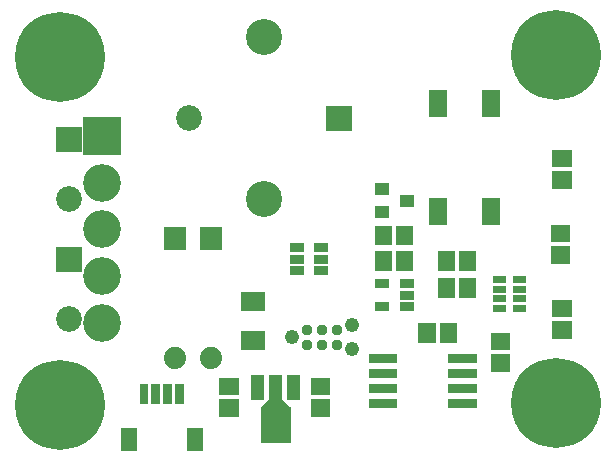
<source format=gbr>
G04 start of page 7 for group -4063 idx -4063 *
G04 Title: (unknown), componentmask *
G04 Creator: pcb 4.0.2 *
G04 CreationDate: Thu Oct 28 14:33:54 2021 UTC *
G04 For: ndholmes *
G04 Format: Gerber/RS-274X *
G04 PCB-Dimensions (mil): 2000.00 1500.00 *
G04 PCB-Coordinate-Origin: lower left *
%MOIN*%
%FSLAX25Y25*%
%LNTOPMASK*%
%ADD59C,0.0370*%
%ADD58C,0.0740*%
%ADD57C,0.0860*%
%ADD56C,0.1260*%
%ADD55C,0.0490*%
%ADD54C,0.1200*%
%ADD53C,0.2997*%
%ADD52C,0.0001*%
G54D52*G36*
X105700Y116800D02*Y108200D01*
X114300D01*
Y116800D01*
X105700D01*
G37*
G54D53*X182500Y133500D03*
G54D54*X85000Y139500D03*
G54D55*X94500Y39500D03*
X114500Y43500D03*
Y35500D03*
G54D53*X182500Y17500D03*
G54D56*X31000Y75500D03*
Y59900D03*
Y44300D03*
G54D52*G36*
X24700Y113000D02*Y100400D01*
X37300D01*
Y113000D01*
X24700D01*
G37*
G54D56*X31000Y91100D03*
G54D52*G36*
X15700Y109800D02*Y101200D01*
X24300D01*
Y109800D01*
X15700D01*
G37*
G54D57*X20000Y85500D03*
G54D53*X17000Y133000D03*
G54D52*G36*
X15700Y69800D02*Y61200D01*
X24300D01*
Y69800D01*
X15700D01*
G37*
G54D57*X20000Y45500D03*
G54D53*X17000Y17000D03*
G54D58*X67500Y32500D03*
X55500D03*
G54D57*X60000Y112500D03*
G54D54*X85000Y85500D03*
G54D52*G36*
X63800Y76200D02*Y68800D01*
X71200D01*
Y76200D01*
X63800D01*
G37*
G36*
X51800D02*Y68800D01*
X59200D01*
Y76200D01*
X51800D01*
G37*
G36*
X180748Y69816D02*Y64098D01*
X187252D01*
Y69816D01*
X180748D01*
G37*
G36*
Y76902D02*Y71184D01*
X187252D01*
Y76902D01*
X180748D01*
G37*
G36*
X181248Y94816D02*Y89098D01*
X187752D01*
Y94816D01*
X181248D01*
G37*
G36*
Y101902D02*Y96184D01*
X187752D01*
Y101902D01*
X181248D01*
G37*
G36*
Y44816D02*Y39098D01*
X187752D01*
Y44816D01*
X181248D01*
G37*
G36*
Y51902D02*Y46184D01*
X187752D01*
Y51902D01*
X181248D01*
G37*
G36*
X168276Y50412D02*Y48140D01*
X172420D01*
Y50412D01*
X168276D01*
G37*
G36*
Y53562D02*Y51288D01*
X172420D01*
Y53562D01*
X168276D01*
G37*
G36*
Y56712D02*Y54438D01*
X172420D01*
Y56712D01*
X168276D01*
G37*
G36*
Y59860D02*Y57588D01*
X172420D01*
Y59860D01*
X168276D01*
G37*
G36*
X122200Y59000D02*Y56000D01*
X126800D01*
Y59000D01*
X122200D01*
G37*
G36*
Y51200D02*Y48200D01*
X126800D01*
Y51200D01*
X122200D01*
G37*
G36*
X130400D02*Y48200D01*
X135000D01*
Y51200D01*
X130400D01*
G37*
G36*
Y55100D02*Y52100D01*
X135000D01*
Y55100D01*
X130400D01*
G37*
G36*
Y59000D02*Y56000D01*
X135000D01*
Y59000D01*
X130400D01*
G37*
G36*
X127816Y76752D02*X122098D01*
Y70248D01*
X127816D01*
Y76752D01*
G37*
G36*
X122200Y91000D02*Y87000D01*
X126800D01*
Y91000D01*
X122200D01*
G37*
G36*
Y83200D02*Y79200D01*
X126800D01*
Y83200D01*
X122200D01*
G37*
G36*
X134902Y76752D02*X129184D01*
Y70248D01*
X134902D01*
Y76752D01*
G37*
G36*
X130400Y87100D02*Y83100D01*
X135000D01*
Y87100D01*
X130400D01*
G37*
G36*
X146150Y86000D02*X140050D01*
Y77100D01*
X146150D01*
Y86000D01*
G37*
G36*
Y121900D02*X140050D01*
Y113000D01*
X146150D01*
Y121900D01*
G37*
G36*
X134902Y68252D02*X129184D01*
Y61748D01*
X134902D01*
Y68252D01*
G37*
G36*
X127816D02*X122098D01*
Y61748D01*
X127816D01*
Y68252D01*
G37*
G36*
X142316Y44252D02*X136598D01*
Y37748D01*
X142316D01*
Y44252D01*
G37*
G36*
X120000Y34000D02*Y31000D01*
X129500D01*
Y34000D01*
X120000D01*
G37*
G36*
Y29000D02*Y26000D01*
X129500D01*
Y29000D01*
X120000D01*
G37*
G36*
Y24000D02*Y21000D01*
X129500D01*
Y24000D01*
X120000D01*
G37*
G36*
Y19000D02*Y16000D01*
X129500D01*
Y19000D01*
X120000D01*
G37*
G54D59*X109500Y37000D03*
G54D52*G36*
X146500Y19000D02*Y16000D01*
X156000D01*
Y19000D01*
X146500D01*
G37*
G36*
Y24000D02*Y21000D01*
X156000D01*
Y24000D01*
X146500D01*
G37*
G36*
Y29000D02*Y26000D01*
X156000D01*
Y29000D01*
X146500D01*
G37*
G36*
Y34000D02*Y31000D01*
X156000D01*
Y34000D01*
X146500D01*
G37*
G36*
X160748Y33816D02*Y28098D01*
X167252D01*
Y33816D01*
X160748D01*
G37*
G36*
Y40902D02*Y35184D01*
X167252D01*
Y40902D01*
X160748D01*
G37*
G36*
X148816Y68252D02*X143098D01*
Y61748D01*
X148816D01*
Y68252D01*
G37*
G36*
Y59252D02*X143098D01*
Y52748D01*
X148816D01*
Y59252D01*
G37*
G36*
X149402Y44252D02*X143684D01*
Y37748D01*
X149402D01*
Y44252D01*
G37*
G36*
X155902Y68252D02*X150184D01*
Y61748D01*
X155902D01*
Y68252D01*
G37*
G36*
Y59252D02*X150184D01*
Y52748D01*
X155902D01*
Y59252D01*
G37*
G36*
X161580Y59860D02*Y57588D01*
X165724D01*
Y59860D01*
X161580D01*
G37*
G36*
Y56712D02*Y54438D01*
X165724D01*
Y56712D01*
X161580D01*
G37*
G36*
Y53562D02*Y51288D01*
X165724D01*
Y53562D01*
X161580D01*
G37*
G36*
Y50412D02*Y48140D01*
X165724D01*
Y50412D01*
X161580D01*
G37*
G36*
X163950Y86000D02*X157850D01*
Y77100D01*
X163950D01*
Y86000D01*
G37*
G36*
Y121900D02*X157850D01*
Y113000D01*
X163950D01*
Y121900D01*
G37*
G54D59*X99500Y37000D03*
Y42000D03*
X104500Y37000D03*
Y42000D03*
X109500D03*
G54D52*G36*
X77450Y54550D02*Y48450D01*
X85550D01*
Y54550D01*
X77450D01*
G37*
G36*
Y41550D02*Y35450D01*
X85550D01*
Y41550D01*
X77450D01*
G37*
G36*
X93700Y71000D02*Y68000D01*
X98300D01*
Y71000D01*
X93700D01*
G37*
G36*
Y67100D02*Y64100D01*
X98300D01*
Y67100D01*
X93700D01*
G37*
G36*
Y63200D02*Y60200D01*
X98300D01*
Y63200D01*
X93700D01*
G37*
G36*
X101900D02*Y60200D01*
X106500D01*
Y63200D01*
X101900D01*
G37*
G36*
Y67100D02*Y64100D01*
X106500D01*
Y67100D01*
X101900D01*
G37*
G36*
Y71000D02*Y68000D01*
X106500D01*
Y71000D01*
X101900D01*
G37*
G36*
X100748Y25902D02*Y20184D01*
X107252D01*
Y25902D01*
X100748D01*
G37*
G36*
X97096Y27095D02*X92716D01*
Y18621D01*
X97096D01*
Y27095D01*
G37*
G36*
X100748Y18816D02*Y13098D01*
X107252D01*
Y18816D01*
X100748D01*
G37*
G36*
X70248Y25902D02*Y20184D01*
X76752D01*
Y25902D01*
X70248D01*
G37*
G36*
Y18816D02*Y13098D01*
X76752D01*
Y18816D01*
X70248D01*
G37*
G36*
X91190Y27095D02*X86810D01*
Y10905D01*
X91190D01*
Y27095D01*
G37*
G36*
X94025Y16386D02*X83975D01*
Y4446D01*
X94025D01*
Y16386D01*
G37*
G36*
X90885Y19350D02*X89041Y17506D01*
X92305Y14242D01*
X94149Y16086D01*
X90885Y19350D01*
G37*
G36*
X88959Y17506D02*X87115Y19350D01*
X83851Y16086D01*
X85695Y14242D01*
X88959Y17506D01*
G37*
G36*
X85284Y27095D02*X80904D01*
Y18621D01*
X85284D01*
Y27095D01*
G37*
G36*
X46599Y24107D02*X43637D01*
Y17405D01*
X46599D01*
Y24107D01*
G37*
G36*
X50536D02*X47574D01*
Y17405D01*
X50536D01*
Y24107D01*
G37*
G36*
X54473D02*X51511D01*
Y17405D01*
X54473D01*
Y24107D01*
G37*
G36*
X58410D02*X55448D01*
Y17405D01*
X58410D01*
Y24107D01*
G37*
G36*
X42662Y9343D02*X37338D01*
Y1657D01*
X42662D01*
Y9343D01*
G37*
G36*
X64709D02*X59385D01*
Y1657D01*
X64709D01*
Y9343D01*
G37*
M02*

</source>
